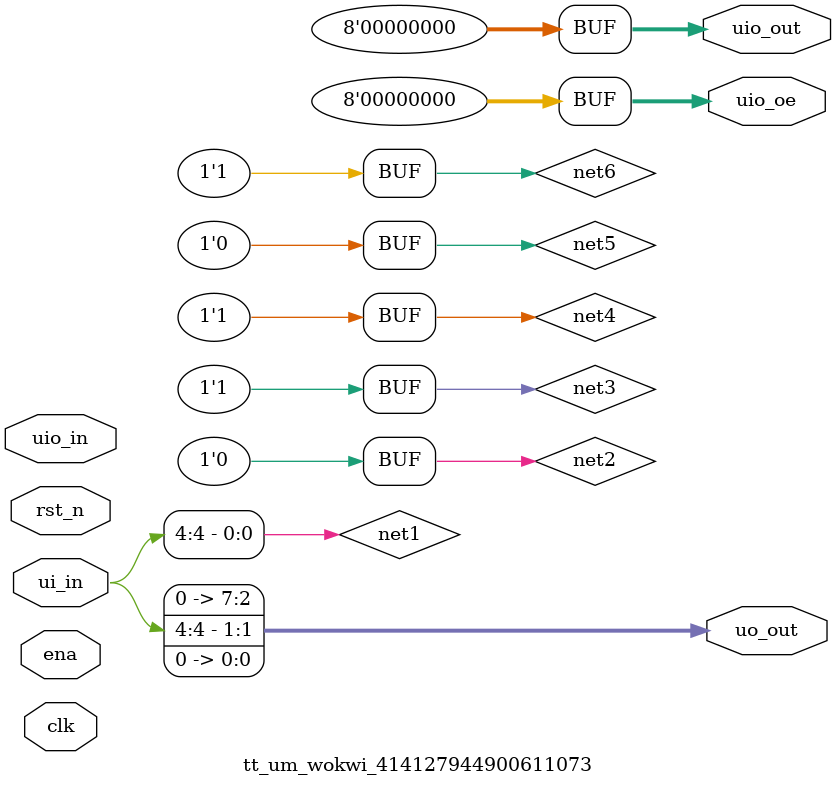
<source format=v>
/* Automatically generated from https://wokwi.com/projects/414127944900611073 */

`default_nettype none

// verilator lint_off UNUSEDSIGNAL
// verilator lint_off PINCONNECTEMPTY

module tt_um_wokwi_414127944900611073(
  input  wire [7:0] ui_in,    // Dedicated inputs
  output wire [7:0] uo_out,    // Dedicated outputs
  input  wire [7:0] uio_in,    // IOs: Input path
  output wire [7:0] uio_out,    // IOs: Output path
  output wire [7:0] uio_oe,    // IOs: Enable path (active high: 0=input, 1=output)
  input ena,
  input clk,
  input rst_n
);
  wire net1 = ui_in[4];
  wire net2 = 1'b0;
  wire net3 = 1'b1;
  wire net4 = 1'b1;
  wire net5 = 1'b0;
  wire net6 = 1'b1;

  assign uo_out[0] = 0;
  assign uo_out[1] = net1;
  assign uo_out[2] = 0;
  assign uo_out[3] = 0;
  assign uo_out[4] = 0;
  assign uo_out[5] = 0;
  assign uo_out[6] = 0;
  assign uo_out[7] = 0;
  assign uio_out[0] = 0;
  assign uio_oe[0] = 0;
  assign uio_out[1] = 0;
  assign uio_oe[1] = 0;
  assign uio_out[2] = 0;
  assign uio_oe[2] = 0;
  assign uio_out[3] = 0;
  assign uio_oe[3] = 0;
  assign uio_out[4] = 0;
  assign uio_oe[4] = 0;
  assign uio_out[5] = 0;
  assign uio_oe[5] = 0;
  assign uio_out[6] = 0;
  assign uio_oe[6] = 0;
  assign uio_out[7] = 0;
  assign uio_oe[7] = 0;

endmodule

</source>
